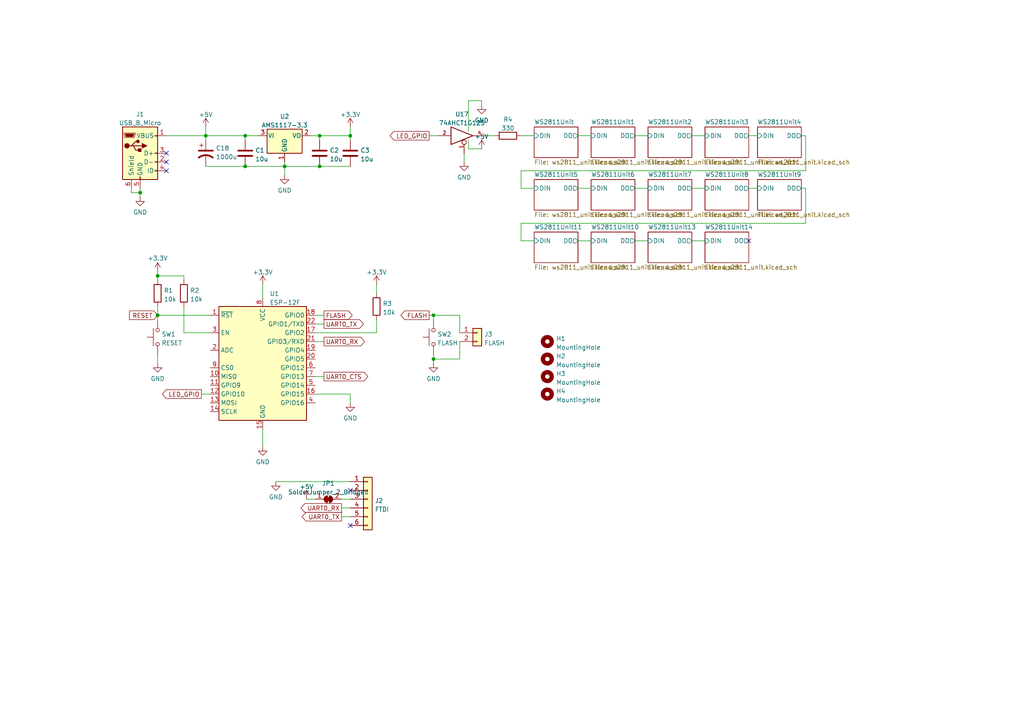
<source format=kicad_sch>
(kicad_sch (version 20211123) (generator eeschema)
  (paper "A4")
  (lib_symbols
    (symbol "74xGxx:74AHCT1G125" (pin_names (offset 1.016))
      (property "Reference" "U" (at -2.54 3.81 0))
      (property "Value" "74AHCT1G125" (at 0 -3.81 0))
      (symbol "74AHCT1G125_0_1"
        (polyline (pts (xy -3.81 2.54) (xy -3.81 -2.54) (xy 2.54 0) (xy -3.81 2.54)) (stroke (width 0.254)))
      )
      (symbol "74AHCT1G125_1_1"
        (pin input inverted (at 0 5.08 270) (length 3.81) (name "~") (number "1"))
        (pin input line (at -7.62 0 0) (length 3.81) (name "~") (number "2"))
        (pin power_in line (at 1.27 -1.27 270) (length 0) hide (name "GND") (number "3"))
        (pin tri_state line (at 6.35 0 180) (length 3.81) (name "~") (number "4"))
        (pin power_in line (at 1.27 1.27 90) (length 0) hide (name "VCC") (number "5"))
      )
    )
    (symbol "Connector:USB_B_Micro" (pin_names (offset 1.016))
      (property "Reference" "J" (at -5.08 11.43 0))
      (property "Value" "USB_B_Micro" (at -5.08 8.89 0))
      (symbol "USB_B_Micro_0_1"
        (rectangle (start -5.08 -7.62) (end 5.08 7.62) (stroke (width 0.254)) (fill (type background)))
        (circle (center -3.81 2.159) (radius 0.635) (stroke (width 0.254)) (fill (type outline)))
        (circle (center -0.635 3.429) (radius 0.381) (stroke (width 0.254)) (fill (type outline)))
        (rectangle (start -0.127 -7.62) (end 0.127 -6.858))
        (polyline (pts (xy -1.905 2.159) (xy 0.635 2.159)) (stroke (width 0.254)))
        (polyline (pts (xy -3.175 2.159) (xy -2.54 2.159) (xy -1.27 3.429) (xy -0.635 3.429)) (stroke (width 0.254)))
        (polyline (pts (xy -2.54 2.159) (xy -1.905 2.159) (xy -1.27 0.889) (xy 0 0.889)) (stroke (width 0.254)))
        (polyline (pts (xy 0.635 2.794) (xy 0.635 1.524) (xy 1.905 2.159) (xy 0.635 2.794)) (stroke (width 0.254)) (fill (type outline)))
        (polyline (pts (xy -4.318 5.588) (xy -1.778 5.588) (xy -2.032 4.826) (xy -4.064 4.826) (xy -4.318 5.588)) (fill (type outline)))
        (polyline (pts (xy -4.699 5.842) (xy -4.699 5.588) (xy -4.445 4.826) (xy -4.445 4.572) (xy -1.651 4.572) (xy -1.651 4.826) (xy -1.397 5.588) (xy -1.397 5.842) (xy -4.699 5.842)))
        (rectangle (start 0.254 1.27) (end -0.508 0.508) (stroke (width 0.254)) (fill (type outline)))
        (rectangle (start 5.08 -5.207) (end 4.318 -4.953))
        (rectangle (start 5.08 -2.667) (end 4.318 -2.413))
        (rectangle (start 5.08 -0.127) (end 4.318 0.127))
        (rectangle (start 5.08 4.953) (end 4.318 5.207))
      )
      (symbol "USB_B_Micro_1_1"
        (pin power_out line (at 7.62 5.08 180) (length 2.54) (name "VBUS") (number "1"))
        (pin bidirectional line (at 7.62 -2.54 180) (length 2.54) (name "D-") (number "2"))
        (pin bidirectional line (at 7.62 0 180) (length 2.54) (name "D+") (number "3"))
        (pin passive line (at 7.62 -5.08 180) (length 2.54) (name "ID") (number "4"))
        (pin power_out line (at 0 -10.16 90) (length 2.54) (name "GND") (number "5"))
        (pin passive line (at -2.54 -10.16 90) (length 2.54) (name "Shield") (number "6"))
      )
    )
    (symbol "Connector_Generic:Conn_01x02" (pin_names (offset 1.016) hide)
      (property "Reference" "J" (at 0 2.54 0))
      (property "Value" "Conn_01x02" (at 0 -5.08 0))
      (symbol "Conn_01x02_1_1"
        (rectangle (start -1.27 -2.413) (end 0 -2.667) (stroke (width 0.1524)))
        (rectangle (start -1.27 0.127) (end 0 -0.127) (stroke (width 0.1524)))
        (rectangle (start -1.27 1.27) (end 1.27 -3.81) (stroke (width 0.254)) (fill (type background)))
        (pin passive line (at -5.08 0 0) (length 3.81) (name "Pin_1") (number "1"))
        (pin passive line (at -5.08 -2.54 0) (length 3.81) (name "Pin_2") (number "2"))
      )
    )
    (symbol "Connector_Generic:Conn_01x06" (pin_names (offset 1.016) hide)
      (property "Reference" "J" (at 0 7.62 0))
      (property "Value" "Conn_01x06" (at 0 -10.16 0))
      (symbol "Conn_01x06_1_1"
        (rectangle (start -1.27 -7.493) (end 0 -7.747) (stroke (width 0.1524)))
        (rectangle (start -1.27 -4.953) (end 0 -5.207) (stroke (width 0.1524)))
        (rectangle (start -1.27 -2.413) (end 0 -2.667) (stroke (width 0.1524)))
        (rectangle (start -1.27 0.127) (end 0 -0.127) (stroke (width 0.1524)))
        (rectangle (start -1.27 2.667) (end 0 2.413) (stroke (width 0.1524)))
        (rectangle (start -1.27 5.207) (end 0 4.953) (stroke (width 0.1524)))
        (rectangle (start -1.27 6.35) (end 1.27 -8.89) (stroke (width 0.254)) (fill (type background)))
        (pin passive line (at -5.08 5.08 0) (length 3.81) (name "Pin_1") (number "1"))
        (pin passive line (at -5.08 2.54 0) (length 3.81) (name "Pin_2") (number "2"))
        (pin passive line (at -5.08 0 0) (length 3.81) (name "Pin_3") (number "3"))
        (pin passive line (at -5.08 -2.54 0) (length 3.81) (name "Pin_4") (number "4"))
        (pin passive line (at -5.08 -5.08 0) (length 3.81) (name "Pin_5") (number "5"))
        (pin passive line (at -5.08 -7.62 0) (length 3.81) (name "Pin_6") (number "6"))
      )
    )
    (symbol "Device:C" (pin_numbers hide) (pin_names (offset 0.254))
      (property "Reference" "C" (at 0.635 2.54 0))
      (property "Value" "C" (at 0.635 -2.54 0))
      (symbol "C_0_1"
        (polyline (pts (xy -2.032 -0.762) (xy 2.032 -0.762)) (stroke (width 0.508)))
        (polyline (pts (xy -2.032 0.762) (xy 2.032 0.762)) (stroke (width 0.508)))
      )
      (symbol "C_1_1"
        (pin passive line (at 0 3.81 270) (length 2.794) (name "~") (number "1"))
        (pin passive line (at 0 -3.81 90) (length 2.794) (name "~") (number "2"))
      )
    )
    (symbol "Device:C_Polarized_US" (pin_numbers hide) (pin_names (offset 0.254) hide)
      (property "Reference" "C" (at 0.635 2.54 0))
      (property "Value" "C_Polarized_US" (at 0.635 -2.54 0))
      (symbol "C_Polarized_US_0_1"
        (polyline (pts (xy -2.032 0.762) (xy 2.032 0.762)) (stroke (width 0.508)))
        (polyline (pts (xy -1.778 2.286) (xy -0.762 2.286)))
        (polyline (pts (xy -1.27 1.778) (xy -1.27 2.794)))
        (arc (start 2.032 -1.27) (mid 0 -0.5572) (end -2.032 -1.27) (stroke (width 0.508)))
      )
      (symbol "C_Polarized_US_1_1"
        (pin passive line (at 0 3.81 270) (length 2.794) (name "~") (number "1"))
        (pin passive line (at 0 -3.81 90) (length 3.302) (name "~") (number "2"))
      )
    )
    (symbol "Device:R" (pin_numbers hide) (pin_names (offset 0))
      (property "Reference" "R" (at 2.032 0 90))
      (property "Value" "R" (at 0 0 90))
      (symbol "R_0_1"
        (rectangle (start -1.016 -2.54) (end 1.016 2.54) (stroke (width 0.254)))
      )
      (symbol "R_1_1"
        (pin passive line (at 0 3.81 270) (length 1.27) (name "~") (number "1"))
        (pin passive line (at 0 -3.81 90) (length 1.27) (name "~") (number "2"))
      )
    )
    (symbol "Jumper:SolderJumper_2_Bridged" (pin_names (offset 0) hide)
      (property "Reference" "JP" (at 0 2.032 0))
      (property "Value" "SolderJumper_2_Bridged" (at 0 -2.54 0))
      (symbol "SolderJumper_2_Bridged_0_1"
        (rectangle (start -0.508 0.508) (end 0.508 -0.508) (fill (type outline)))
        (arc (start -0.254 1.016) (mid -1.27 0) (end -0.254 -1.016))
        (arc (start -0.254 1.016) (mid -1.27 0) (end -0.254 -1.016) (fill (type outline)))
        (polyline (pts (xy -0.254 1.016) (xy -0.254 -1.016)))
        (polyline (pts (xy 0.254 1.016) (xy 0.254 -1.016)))
        (arc (start 0.254 -1.016) (mid 1.27 0) (end 0.254 1.016))
        (arc (start 0.254 -1.016) (mid 1.27 0) (end 0.254 1.016) (fill (type outline)))
      )
      (symbol "SolderJumper_2_Bridged_1_1"
        (pin passive line (at -3.81 0 0) (length 2.54) (name "A") (number "1"))
        (pin passive line (at 3.81 0 180) (length 2.54) (name "B") (number "2"))
      )
    )
    (symbol "Mechanical:MountingHole" (pin_names (offset 1.016))
      (property "Reference" "H" (at 0 5.08 0))
      (property "Value" "MountingHole" (at 0 3.175 0))
      (symbol "MountingHole_0_1"
        (circle (center 0 0) (radius 1.27) (stroke (width 1.27)))
      )
    )
    (symbol "RF_Module:ESP-12F"
      (property "Reference" "U" (at -12.7 19.05 0))
      (property "Value" "ESP-12F" (at 12.7 19.05 0))
      (symbol "ESP-12F_0_1"
        (rectangle (start -12.7 17.78) (end 12.7 -15.24) (stroke (width 0.254)) (fill (type background)))
      )
      (symbol "ESP-12F_1_1"
        (pin input line (at -15.24 15.24 0) (length 2.54) (name "~{RST}") (number "1"))
        (pin bidirectional line (at -15.24 -2.54 0) (length 2.54) (name "MISO") (number "10"))
        (pin bidirectional line (at -15.24 -5.08 0) (length 2.54) (name "GPIO9") (number "11"))
        (pin bidirectional line (at -15.24 -7.62 0) (length 2.54) (name "GPIO10") (number "12"))
        (pin bidirectional line (at -15.24 -10.16 0) (length 2.54) (name "MOSI") (number "13"))
        (pin bidirectional line (at -15.24 -12.7 0) (length 2.54) (name "SCLK") (number "14"))
        (pin power_in line (at 0 -17.78 90) (length 2.54) (name "GND") (number "15"))
        (pin bidirectional line (at 15.24 -7.62 180) (length 2.54) (name "GPIO15") (number "16"))
        (pin bidirectional line (at 15.24 10.16 180) (length 2.54) (name "GPIO2") (number "17"))
        (pin bidirectional line (at 15.24 15.24 180) (length 2.54) (name "GPIO0") (number "18"))
        (pin bidirectional line (at 15.24 5.08 180) (length 2.54) (name "GPIO4") (number "19"))
        (pin input line (at -15.24 5.08 0) (length 2.54) (name "ADC") (number "2"))
        (pin bidirectional line (at 15.24 2.54 180) (length 2.54) (name "GPIO5") (number "20"))
        (pin bidirectional line (at 15.24 7.62 180) (length 2.54) (name "GPIO3/RXD") (number "21"))
        (pin bidirectional line (at 15.24 12.7 180) (length 2.54) (name "GPIO1/TXD") (number "22"))
        (pin input line (at -15.24 10.16 0) (length 2.54) (name "EN") (number "3"))
        (pin bidirectional line (at 15.24 -10.16 180) (length 2.54) (name "GPIO16") (number "4"))
        (pin bidirectional line (at 15.24 -5.08 180) (length 2.54) (name "GPIO14") (number "5"))
        (pin bidirectional line (at 15.24 0 180) (length 2.54) (name "GPIO12") (number "6"))
        (pin bidirectional line (at 15.24 -2.54 180) (length 2.54) (name "GPIO13") (number "7"))
        (pin power_in line (at 0 20.32 270) (length 2.54) (name "VCC") (number "8"))
        (pin input line (at -15.24 0 0) (length 2.54) (name "CS0") (number "9"))
      )
    )
    (symbol "Regulator_Linear:AMS1117-3.3" (pin_names (offset 0.254))
      (property "Reference" "U" (at -3.81 3.175 0))
      (property "Value" "AMS1117-3.3" (at 0 3.175 0))
      (symbol "AMS1117-3.3_0_1"
        (rectangle (start -5.08 -5.08) (end 5.08 1.905) (stroke (width 0.254)) (fill (type background)))
      )
      (symbol "AMS1117-3.3_1_1"
        (pin power_in line (at 0 -7.62 90) (length 2.54) (name "GND") (number "1"))
        (pin power_out line (at 7.62 0 180) (length 2.54) (name "VO") (number "2"))
        (pin power_in line (at -7.62 0 0) (length 2.54) (name "VI") (number "3"))
      )
    )
    (symbol "Switch:SW_Push" (pin_numbers hide) (pin_names (offset 1.016) hide)
      (property "Reference" "SW" (at 1.27 2.54 0))
      (property "Value" "SW_Push" (at 0 -1.524 0))
      (symbol "SW_Push_0_1"
        (circle (center -2.032 0) (radius 0.508))
        (polyline (pts (xy 0 1.27) (xy 0 3.048)))
        (polyline (pts (xy 2.54 1.27) (xy -2.54 1.27)))
        (circle (center 2.032 0) (radius 0.508))
        (pin passive line (at -5.08 0 0) (length 2.54) (name "1") (number "1"))
        (pin passive line (at 5.08 0 180) (length 2.54) (name "2") (number "2"))
      )
    )
    (symbol "power:+3.3V" (power) (pin_names (offset 0))
      (property "Value" "+3.3V" (at 0 3.556 0))
      (symbol "+3.3V_0_1"
        (polyline (pts (xy -0.762 1.27) (xy 0 2.54)))
        (polyline (pts (xy 0 0) (xy 0 2.54)))
        (polyline (pts (xy 0 2.54) (xy 0.762 1.27)))
      )
      (symbol "+3.3V_1_1"
        (pin power_in line (at 0 0 90) (length 0) hide (name "+3.3V") (number "1"))
      )
    )
    (symbol "power:+5V" (power) (pin_names (offset 0))
      (property "Value" "+5V" (at 0 3.556 0))
      (symbol "+5V_0_1"
        (polyline (pts (xy -0.762 1.27) (xy 0 2.54)))
        (polyline (pts (xy 0 0) (xy 0 2.54)))
        (polyline (pts (xy 0 2.54) (xy 0.762 1.27)))
      )
      (symbol "+5V_1_1"
        (pin power_in line (at 0 0 90) (length 0) hide (name "+5V") (number "1"))
      )
    )
    (symbol "power:GND" (power) (pin_names (offset 0))
      (property "Value" "GND" (at 0 -3.81 0))
      (symbol "GND_0_1"
        (polyline (pts (xy 0 0) (xy 0 -1.27) (xy 1.27 -1.27) (xy 0 -2.54) (xy -1.27 -1.27) (xy 0 -1.27)))
      )
      (symbol "GND_1_1"
        (pin power_in line (at 0 0 270) (length 0) hide (name "GND") (number "1"))
      )
    )
  )
  (junction (at 92.71 48.26))
  (junction (at 92.71 39.37))
  (junction (at 82.55 48.26))
  (junction (at 71.12 39.37))
  (junction (at 59.69 39.37))
  (junction (at 40.64 55.88))
  (junction (at 45.72 91.44))
  (junction (at 125.73 91.44))
  (junction (at 45.72 80.01))
  (junction (at 71.12 48.26))
  (junction (at 101.6 39.37))
  (junction (at 125.73 104.14))
  (no_connect (at 48.26 49.53))
  (no_connect (at 48.26 44.45))
  (no_connect (at 48.26 46.99))
  (no_connect (at 101.6 142.24))
  (no_connect (at 101.6 152.4))
  (no_connect (at 217.17 69.85))
  (wire (pts (xy 82.55 48.26) (xy 82.55 50.8)))
  (wire (pts (xy 232.41 54.61) (xy 233.68 54.61)))
  (wire (pts (xy 80.01 139.7) (xy 101.6 139.7)))
  (wire (pts (xy 91.44 91.44) (xy 93.98 91.44)))
  (wire (pts (xy 135.89 29.21) (xy 139.7 29.21)))
  (wire (pts (xy 91.44 96.52) (xy 109.22 96.52)))
  (wire (pts (xy 59.69 39.37) (xy 59.69 40.64)))
  (wire (pts (xy 217.17 39.37) (xy 219.71 39.37)))
  (wire (pts (xy 167.64 39.37) (xy 171.45 39.37)))
  (wire (pts (xy 53.34 96.52) (xy 60.96 96.52)))
  (wire (pts (xy 99.06 144.78) (xy 101.6 144.78)))
  (wire (pts (xy 109.22 82.55) (xy 109.22 85.09)))
  (wire (pts (xy 167.64 69.85) (xy 171.45 69.85)))
  (wire (pts (xy 45.72 91.44) (xy 45.72 92.71)))
  (wire (pts (xy 59.69 48.26) (xy 71.12 48.26)))
  (wire (pts (xy 184.15 69.85) (xy 187.96 69.85)))
  (wire (pts (xy 99.06 149.86) (xy 101.6 149.86)))
  (wire (pts (xy 125.73 91.44) (xy 125.73 92.71)))
  (wire (pts (xy 140.97 39.37) (xy 143.51 39.37)))
  (wire (pts (xy 125.73 104.14) (xy 125.73 105.41)))
  (wire (pts (xy 82.55 48.26) (xy 92.71 48.26)))
  (wire (pts (xy 88.9 144.78) (xy 91.44 144.78)))
  (wire (pts (xy 91.44 109.22) (xy 93.98 109.22)))
  (wire (pts (xy 135.89 38.1) (xy 135.89 29.21)))
  (wire (pts (xy 125.73 91.44) (xy 133.35 91.44)))
  (wire (pts (xy 109.22 96.52) (xy 109.22 92.71)))
  (wire (pts (xy 76.2 124.46) (xy 76.2 129.54)))
  (wire (pts (xy 38.1 54.61) (xy 38.1 55.88)))
  (wire (pts (xy 45.72 105.41) (xy 45.72 102.87)))
  (wire (pts (xy 58.42 114.3) (xy 60.96 114.3)))
  (wire (pts (xy 45.72 80.01) (xy 45.72 81.28)))
  (wire (pts (xy 40.64 54.61) (xy 40.64 55.88)))
  (wire (pts (xy 134.62 44.45) (xy 134.62 46.99)))
  (wire (pts (xy 53.34 80.01) (xy 53.34 81.28)))
  (wire (pts (xy 125.73 102.87) (xy 125.73 104.14)))
  (wire (pts (xy 90.17 39.37) (xy 92.71 39.37)))
  (wire (pts (xy 233.68 64.77) (xy 151.13 64.77)))
  (wire (pts (xy 59.69 39.37) (xy 71.12 39.37)))
  (wire (pts (xy 45.72 80.01) (xy 53.34 80.01)))
  (wire (pts (xy 59.69 36.83) (xy 59.69 39.37)))
  (wire (pts (xy 217.17 54.61) (xy 219.71 54.61)))
  (wire (pts (xy 91.44 114.3) (xy 101.6 114.3)))
  (wire (pts (xy 233.68 39.37) (xy 233.68 49.53)))
  (wire (pts (xy 91.44 93.98) (xy 93.98 93.98)))
  (wire (pts (xy 233.68 54.61) (xy 233.68 64.77)))
  (wire (pts (xy 200.66 54.61) (xy 204.47 54.61)))
  (wire (pts (xy 200.66 69.85) (xy 204.47 69.85)))
  (wire (pts (xy 82.55 46.99) (xy 82.55 48.26)))
  (wire (pts (xy 184.15 54.61) (xy 187.96 54.61)))
  (wire (pts (xy 92.71 48.26) (xy 101.6 48.26)))
  (wire (pts (xy 53.34 88.9) (xy 53.34 96.52)))
  (wire (pts (xy 71.12 48.26) (xy 82.55 48.26)))
  (wire (pts (xy 40.64 55.88) (xy 40.64 57.15)))
  (wire (pts (xy 233.68 49.53) (xy 151.13 49.53)))
  (wire (pts (xy 38.1 55.88) (xy 40.64 55.88)))
  (wire (pts (xy 135.89 43.18) (xy 139.7 43.18)))
  (wire (pts (xy 124.46 91.44) (xy 125.73 91.44)))
  (wire (pts (xy 151.13 69.85) (xy 154.94 69.85)))
  (wire (pts (xy 76.2 82.55) (xy 76.2 86.36)))
  (wire (pts (xy 99.06 147.32) (xy 101.6 147.32)))
  (wire (pts (xy 101.6 39.37) (xy 101.6 40.64)))
  (wire (pts (xy 92.71 39.37) (xy 92.71 40.64)))
  (wire (pts (xy 133.35 99.06) (xy 133.35 104.14)))
  (wire (pts (xy 151.13 39.37) (xy 154.94 39.37)))
  (wire (pts (xy 101.6 114.3) (xy 101.6 116.84)))
  (wire (pts (xy 133.35 91.44) (xy 133.35 96.52)))
  (wire (pts (xy 74.93 39.37) (xy 71.12 39.37)))
  (wire (pts (xy 133.35 104.14) (xy 125.73 104.14)))
  (wire (pts (xy 92.71 39.37) (xy 101.6 39.37)))
  (wire (pts (xy 45.72 88.9) (xy 45.72 91.44)))
  (wire (pts (xy 151.13 64.77) (xy 151.13 69.85)))
  (wire (pts (xy 184.15 39.37) (xy 187.96 39.37)))
  (wire (pts (xy 200.66 39.37) (xy 204.47 39.37)))
  (wire (pts (xy 48.26 39.37) (xy 59.69 39.37)))
  (wire (pts (xy 135.89 40.64) (xy 135.89 43.18)))
  (wire (pts (xy 151.13 54.61) (xy 154.94 54.61)))
  (wire (pts (xy 232.41 39.37) (xy 233.68 39.37)))
  (wire (pts (xy 139.7 29.21) (xy 139.7 30.48)))
  (wire (pts (xy 101.6 39.37) (xy 101.6 36.83)))
  (wire (pts (xy 45.72 78.74) (xy 45.72 80.01)))
  (wire (pts (xy 151.13 49.53) (xy 151.13 54.61)))
  (wire (pts (xy 91.44 99.06) (xy 93.98 99.06)))
  (wire (pts (xy 71.12 39.37) (xy 71.12 40.64)))
  (wire (pts (xy 167.64 54.61) (xy 171.45 54.61)))
  (wire (pts (xy 124.46 39.37) (xy 127 39.37)))
  (wire (pts (xy 45.72 91.44) (xy 60.96 91.44)))
  (global_label "LED_GPIO" (shape output) (at 124.46 39.37 180) (property "Intersheet References" "${INTERSHEET_REFS}" (effects hide)))
  (global_label "UART0_TX" (shape output) (at 93.98 93.98 0) (property "Intersheet References" "${INTERSHEET_REFS}" (effects hide)))
  (global_label "RESET" (shape input) (at 45.72 91.44 180) (property "Intersheet References" "${INTERSHEET_REFS}" (effects hide)))
  (global_label "LED_GPIO" (shape output) (at 58.42 114.3 180) (property "Intersheet References" "${INTERSHEET_REFS}" (effects hide)))
  (global_label "FLASH" (shape output) (at 124.46 91.44 180) (property "Intersheet References" "${INTERSHEET_REFS}" (effects hide)))
  (global_label "FLASH" (shape output) (at 93.98 91.44 0) (property "Intersheet References" "${INTERSHEET_REFS}" (effects hide)))
  (global_label "UART0_TX" (shape output) (at 99.06 149.86 180) (property "Intersheet References" "${INTERSHEET_REFS}" (effects hide)))
  (global_label "UART0_RX" (shape output) (at 99.06 147.32 180) (property "Intersheet References" "${INTERSHEET_REFS}" (effects hide)))
  (global_label "UART0_RX" (shape output) (at 93.98 99.06 0) (property "Intersheet References" "${INTERSHEET_REFS}" (effects hide)))
  (global_label "UART0_CTS" (shape output) (at 93.98 109.22 0) (property "Intersheet References" "${INTERSHEET_REFS}" (effects hide)))
  (symbol (lib_id "power:GND") (at 139.7 30.48 0) (unit 1)
    (property "Reference" "#PWR01" (effects hide))
    (property "Value" "GND" (at 139.7 34.9234 0))
  )
  (symbol (lib_id "Mechanical:MountingHole") (at 158.75 114.3 0) (unit 1)
    (property "Reference" "H4" (at 161.29 113.4653 0) (effects (justify left)))
    (property "Value" "MountingHole" (at 161.29 116.0022 0) (effects (justify left)))
    (property "Footprint" "MountingHole:MountingHole_4.3mm_M4" (effects hide))
  )
  (symbol (lib_id "74xGxx:74AHCT1G125") (at 134.62 39.37 0) (mirror x) (unit 1)
    (property "Reference" "U17" (at 133.985 33.1302 0))
    (property "Value" "74AHCT1G125" (at 133.985 35.6671 0))
    (property "Footprint" "Package_TO_SOT_SMD:SOT-23-5" (effects hide))
    (property "Datasheet" "http://www.ti.com/lit/sg/scyt129e/scyt129e.pdf" (effects hide))
  )
  (symbol (lib_id "power:GND") (at 134.62 46.99 0) (unit 1)
    (property "Reference" "#PWR0199" (effects hide))
    (property "Value" "GND" (at 134.62 51.4334 0))
  )
  (symbol (lib_id "power:GND") (at 80.01 139.7 0) (unit 1)
    (property "Reference" "#PWR0106" (effects hide))
    (property "Value" "GND" (at 80.01 144.1434 0))
  )
  (symbol (lib_id "power:+3.3V") (at 76.2 82.55 0) (unit 1)
    (property "Reference" "#PWR0107" (effects hide))
    (property "Value" "+3.3V" (at 76.2 78.9742 0))
  )
  (symbol (lib_id "power:GND") (at 101.6 116.84 0) (unit 1)
    (property "Reference" "#PWR0104" (effects hide))
    (property "Value" "GND" (at 101.6 121.2834 0))
  )
  (symbol (lib_id "power:+3.3V") (at 45.72 78.74 0) (unit 1)
    (property "Reference" "#PWR0108" (effects hide))
    (property "Value" "+3.3V" (at 45.72 74.93 0))
  )
  (symbol (lib_id "Switch:SW_Push") (at 45.72 97.79 90) (unit 1)
    (property "Reference" "SW1" (at 46.863 96.9553 90) (effects (justify right)))
    (property "Value" "RESET" (at 46.863 99.4922 90) (effects (justify right)))
    (property "Footprint" "Button_Switch_SMD:SW_SPST_TL3342" (effects hide))
  )
  (symbol (lib_id "RF_Module:ESP-12F") (at 76.2 106.68 0) (unit 1)
    (property "Reference" "U1" (at 78.2194 85.2002 0) (effects (justify left)))
    (property "Value" "ESP-12F" (at 78.2194 87.7371 0) (effects (justify left)))
    (property "Footprint" "RF_Module:ESP-12E" (effects hide))
    (property "Datasheet" "http://wiki.ai-thinker.com/_media/esp8266/esp8266_series_modules_user_manual_v1.1.pdf" (effects hide))
  )
  (symbol (lib_id "power:+3.3V") (at 101.6 36.83 0) (unit 1)
    (property "Reference" "#PWR0111" (effects hide))
    (property "Value" "+3.3V" (at 101.6 33.2542 0))
  )
  (symbol (lib_id "power:GND") (at 40.64 57.15 0) (unit 1)
    (property "Reference" "#PWR0114" (effects hide))
    (property "Value" "GND" (at 40.64 61.5934 0))
  )
  (symbol (lib_id "Jumper:SolderJumper_2_Bridged") (at 95.25 144.78 0) (unit 1)
    (property "Reference" "JP1" (at 95.25 140.1912 0))
    (property "Value" "SolderJumper_2_Bridged" (at 95.25 142.7281 0))
    (property "Footprint" "Jumper:SolderJumper-2_P1.3mm_Bridged_RoundedPad1.0x1.5mm" (effects hide))
  )
  (symbol (lib_id "power:GND") (at 82.55 50.8 0) (unit 1)
    (property "Reference" "#PWR0110" (effects hide))
    (property "Value" "GND" (at 82.55 55.2434 0))
  )
  (symbol (lib_id "power:+5V") (at 59.69 36.83 0) (unit 1)
    (property "Reference" "#PWR0112" (effects hide))
    (property "Value" "+5V" (at 59.69 33.2542 0))
  )
  (symbol (lib_id "power:+3.3V") (at 109.22 82.55 0) (unit 1)
    (property "Reference" "#PWR0101" (effects hide))
    (property "Value" "+3.3V" (at 109.22 78.9742 0))
  )
  (symbol (lib_id "Device:R") (at 53.34 85.09 0) (unit 1)
    (property "Reference" "R2" (at 55.118 84.2553 0) (effects (justify left)))
    (property "Value" "10k" (at 55.118 86.7922 0) (effects (justify left)))
    (property "Footprint" "Resistor_SMD:R_0603_1608Metric" (effects hide))
  )
  (symbol (lib_id "Mechanical:MountingHole") (at 158.75 99.06 0) (unit 1)
    (property "Reference" "H1" (at 161.29 98.2253 0) (effects (justify left)))
    (property "Value" "MountingHole" (at 161.29 100.7622 0) (effects (justify left)))
    (property "Footprint" "MountingHole:MountingHole_4.3mm_M4" (effects hide))
  )
  (symbol (lib_id "Regulator_Linear:AMS1117-3.3") (at 82.55 39.37 0) (unit 1)
    (property "Reference" "U2" (at 82.55 33.7652 0))
    (property "Value" "AMS1117-3.3" (at 82.55 36.3021 0))
    (property "Footprint" "Package_TO_SOT_SMD:SOT-223-3_TabPin2" (effects hide))
    (property "Datasheet" "http://www.advanced-monolithic.com/pdf/ds1117.pdf" (effects hide))
  )
  (symbol (lib_id "Connector_Generic:Conn_01x02") (at 138.43 96.52 0) (unit 1)
    (property "Reference" "J3" (at 140.462 96.9553 0) (effects (justify left)))
    (property "Value" "FLASH" (at 140.462 99.4922 0) (effects (justify left)))
    (property "Footprint" "Connector_PinHeader_2.54mm:PinHeader_1x02_P2.54mm_Vertical" (effects hide))
  )
  (symbol (lib_id "power:+5V") (at 88.9 144.78 0) (unit 1)
    (property "Reference" "#PWR?" (effects hide))
    (property "Value" "+5V" (at 88.9 141.2042 0))
  )
  (symbol (lib_id "Device:R") (at 147.32 39.37 90) (unit 1)
    (property "Reference" "R4" (at 147.32 34.6542 90))
    (property "Value" "330" (at 147.32 37.1911 90))
    (property "Footprint" "Resistor_SMD:R_0603_1608Metric" (effects hide))
  )
  (symbol (lib_id "Device:C") (at 92.71 44.45 0) (unit 1)
    (property "Reference" "C2" (at 95.631 43.6153 0) (effects (justify left)))
    (property "Value" "10u" (at 95.631 46.1522 0) (effects (justify left)))
    (property "Footprint" "Capacitor_SMD:C_0805_2012Metric" (effects hide))
  )
  (symbol (lib_id "Device:C") (at 71.12 44.45 0) (unit 1)
    (property "Reference" "C1" (at 74.041 43.6153 0) (effects (justify left)))
    (property "Value" "10u" (at 74.041 46.1522 0) (effects (justify left)))
    (property "Footprint" "Capacitor_SMD:C_0805_2012Metric" (effects hide))
  )
  (symbol (lib_id "power:GND") (at 125.73 105.41 0) (unit 1)
    (property "Reference" "#PWR0102" (effects hide))
    (property "Value" "GND" (at 125.73 109.8534 0))
  )
  (symbol (lib_id "Mechanical:MountingHole") (at 158.75 109.22 0) (unit 1)
    (property "Reference" "H3" (at 161.29 108.3853 0) (effects (justify left)))
    (property "Value" "MountingHole" (at 161.29 110.9222 0) (effects (justify left)))
    (property "Footprint" "MountingHole:MountingHole_4.3mm_M4" (effects hide))
  )
  (symbol (lib_id "Device:C") (at 101.6 44.45 0) (unit 1)
    (property "Reference" "C3" (at 104.521 43.6153 0) (effects (justify left)))
    (property "Value" "10u" (at 104.521 46.1522 0) (effects (justify left)))
    (property "Footprint" "Capacitor_SMD:C_0805_2012Metric" (effects hide))
  )
  (symbol (lib_id "power:+5V") (at 139.7 43.18 0) (unit 1)
    (property "Reference" "#PWR0200" (effects hide))
    (property "Value" "+5V" (at 139.7 39.6042 0))
  )
  (symbol (lib_id "Connector_Generic:Conn_01x06") (at 106.68 144.78 0) (unit 1)
    (property "Reference" "J2" (at 108.712 145.2153 0) (effects (justify left)))
    (property "Value" "FTDI" (at 108.712 147.7522 0) (effects (justify left)))
    (property "Footprint" "Connector_PinHeader_2.54mm:PinHeader_1x06_P2.54mm_Vertical" (effects hide))
  )
  (symbol (lib_id "Switch:SW_Push") (at 125.73 97.79 90) (unit 1)
    (property "Reference" "SW2" (at 126.873 96.9553 90) (effects (justify right)))
    (property "Value" "FLASH" (at 126.873 99.4922 90) (effects (justify right)))
    (property "Footprint" "Button_Switch_SMD:SW_SPST_TL3342" (effects hide))
  )
  (symbol (lib_id "Connector:USB_B_Micro") (at 40.64 44.45 0) (unit 1)
    (property "Reference" "J1" (at 40.64 33.1302 0))
    (property "Value" "USB_B_Micro" (at 40.64 35.6671 0))
    (property "Footprint" "Connector_USB:USB_Mini-B_Lumberg_2486_01_Horizontal" (effects hide))
  )
  (symbol (lib_id "Device:R") (at 109.22 88.9 0) (unit 1)
    (property "Reference" "R3" (at 110.998 88.0653 0) (effects (justify left)))
    (property "Value" "10k" (at 110.998 90.6022 0) (effects (justify left)))
    (property "Footprint" "Resistor_SMD:R_0603_1608Metric" (effects hide))
  )
  (symbol (lib_id "Mechanical:MountingHole") (at 158.75 104.14 0) (unit 1)
    (property "Reference" "H2" (at 161.29 103.3053 0) (effects (justify left)))
    (property "Value" "MountingHole" (at 161.29 105.8422 0) (effects (justify left)))
    (property "Footprint" "MountingHole:MountingHole_4.3mm_M4" (effects hide))
  )
  (symbol (lib_id "power:GND") (at 45.72 105.41 0) (unit 1)
    (property "Reference" "#PWR0109" (effects hide))
    (property "Value" "GND" (at 45.72 109.8534 0))
  )
  (symbol (lib_id "Device:R") (at 45.72 85.09 0) (unit 1)
    (property "Reference" "R1" (at 47.498 84.2553 0) (effects (justify left)))
    (property "Value" "10k" (at 47.498 86.7922 0) (effects (justify left)))
    (property "Footprint" "Resistor_SMD:R_0603_1608Metric" (effects hide))
  )
  (symbol (lib_id "power:GND") (at 76.2 129.54 0) (unit 1)
    (property "Reference" "#PWR0105" (effects hide))
    (property "Value" "GND" (at 76.2 133.9834 0))
  )
  (symbol (lib_id "Device:C_Polarized_US") (at 59.69 44.45 0) (unit 1)
    (property "Reference" "C18" (at 62.611 42.9803 0) (effects (justify left)))
    (property "Value" "1000u" (at 62.611 45.5172 0) (effects (justify left)))
    (property "Footprint" "Capacitor_SMD:CP_Elec_10x10.5" (effects hide))
  )
  (sheet (at 171.45 36.83) (size 12.7 8.89) (stroke (width 0.1524))
    (property "Sheet name" "WS2811Unit1" (at 171.45 36.1184 0) (effects (justify left bottom)))
    (property "Sheet file" "ws2811_unit.kicad_sch" (at 171.45 46.3046 0) (effects (justify left top)))
    (pin "DO" output (at 184.15 39.37 0))
    (pin "DIN" input (at 171.45 39.37 180))
  )
  (sheet (at 187.96 67.31) (size 12.7 8.89) (stroke (width 0.1524))
    (property "Sheet name" "WS2811Unit13" (at 187.96 66.5984 0) (effects (justify left bottom)))
    (property "Sheet file" "ws2811_unit.kicad_sch" (at 187.96 76.7846 0) (effects (justify left top)))
    (pin "DO" output (at 200.66 69.85 0))
    (pin "DIN" input (at 187.96 69.85 180))
  )
  (sheet (at 154.94 52.07) (size 12.7 8.89) (stroke (width 0.1524))
    (property "Sheet name" "WS2811Unit5" (at 154.94 51.3584 0) (effects (justify left bottom)))
    (property "Sheet file" "ws2811_unit.kicad_sch" (at 154.94 61.5446 0) (effects (justify left top)))
    (pin "DO" output (at 167.64 54.61 0))
    (pin "DIN" input (at 154.94 54.61 180))
  )
  (sheet (at 204.47 36.83) (size 12.7 8.89) (stroke (width 0.1524))
    (property "Sheet name" "WS2811Unit3" (at 204.47 36.1184 0) (effects (justify left bottom)))
    (property "Sheet file" "ws2811_unit.kicad_sch" (at 204.47 46.3046 0) (effects (justify left top)))
    (pin "DO" output (at 217.17 39.37 0))
    (pin "DIN" input (at 204.47 39.37 180))
  )
  (sheet (at 204.47 52.07) (size 12.7 8.89) (stroke (width 0.1524))
    (property "Sheet name" "WS2811Unit8" (at 204.47 51.3584 0) (effects (justify left bottom)))
    (property "Sheet file" "ws2811_unit.kicad_sch" (at 204.47 61.5446 0) (effects (justify left top)))
    (pin "DO" output (at 217.17 54.61 0))
    (pin "DIN" input (at 204.47 54.61 180))
  )
  (sheet (at 204.47 67.31) (size 12.7 8.89) (stroke (width 0.1524))
    (property "Sheet name" "WS2811Unit14" (at 204.47 66.5984 0) (effects (justify left bottom)))
    (property "Sheet file" "ws2811_unit.kicad_sch" (at 204.47 76.7846 0) (effects (justify left top)))
    (pin "DO" output (at 217.17 69.85 0))
    (pin "DIN" input (at 204.47 69.85 180))
  )
  (sheet (at 154.94 67.31) (size 12.7 8.89) (stroke (width 0.1524))
    (property "Sheet name" "WS2811Unit11" (at 154.94 66.5984 0) (effects (justify left bottom)))
    (property "Sheet file" "ws2811_unit.kicad_sch" (at 154.94 76.7846 0) (effects (justify left top)))
    (pin "DO" output (at 167.64 69.85 0))
    (pin "DIN" input (at 154.94 69.85 180))
  )
  (sheet (at 187.96 52.07) (size 12.7 8.89) (stroke (width 0.1524))
    (property "Sheet name" "WS2811Unit7" (at 187.96 51.3584 0) (effects (justify left bottom)))
    (property "Sheet file" "ws2811_unit.kicad_sch" (at 187.96 61.5446 0) (effects (justify left top)))
    (pin "DO" output (at 200.66 54.61 0))
    (pin "DIN" input (at 187.96 54.61 180))
  )
  (sheet (at 219.71 52.07) (size 12.7 8.89) (stroke (width 0.1524))
    (property "Sheet name" "WS2811Unit9" (at 219.71 51.3584 0) (effects (justify left bottom)))
    (property "Sheet file" "ws2811_unit.kicad_sch" (at 219.71 61.5446 0) (effects (justify left top)))
    (pin "DO" output (at 232.41 54.61 0))
    (pin "DIN" input (at 219.71 54.61 180))
  )
  (sheet (at 171.45 52.07) (size 12.7 8.89) (stroke (width 0.1524))
    (property "Sheet name" "WS2811Unit6" (at 171.45 51.3584 0) (effects (justify left bottom)))
    (property "Sheet file" "ws2811_unit.kicad_sch" (at 171.45 61.5446 0) (effects (justify left top)))
    (pin "DO" output (at 184.15 54.61 0))
    (pin "DIN" input (at 171.45 54.61 180))
  )
  (sheet (at 154.94 36.83) (size 12.7 8.89) (stroke (width 0.1524))
    (property "Sheet name" "WS2811Unit" (at 154.94 36.1184 0) (effects (justify left bottom)))
    (property "Sheet file" "ws2811_unit.kicad_sch" (at 154.94 46.3046 0) (effects (justify left top)))
    (pin "DO" output (at 167.64 39.37 0))
    (pin "DIN" input (at 154.94 39.37 180))
  )
  (sheet (at 219.71 36.83) (size 12.7 8.89) (stroke (width 0.1524))
    (property "Sheet name" "WS2811Unit4" (at 219.71 36.1184 0) (effects (justify left bottom)))
    (property "Sheet file" "ws2811_unit.kicad_sch" (at 219.71 46.3046 0) (effects (justify left top)))
    (pin "DO" output (at 232.41 39.37 0))
    (pin "DIN" input (at 219.71 39.37 180))
  )
  (sheet (at 171.45 67.31) (size 12.7 8.89) (stroke (width 0.1524))
    (property "Sheet name" "WS2811Unit10" (at 171.45 66.5984 0) (effects (justify left bottom)))
    (property "Sheet file" "ws2811_unit.kicad_sch" (at 171.45 76.7846 0) (effects (justify left top)))
    (pin "DO" output (at 184.15 69.85 0))
    (pin "DIN" input (at 171.45 69.85 180))
  )
  (sheet (at 187.96 36.83) (size 12.7 8.89) (stroke (width 0.1524))
    (property "Sheet name" "WS2811Unit2" (at 187.96 36.1184 0) (effects (justify left bottom)))
    (property "Sheet file" "ws2811_unit.kicad_sch" (at 187.96 46.3046 0) (effects (justify left top)))
    (pin "DO" output (at 200.66 39.37 0))
    (pin "DIN" input (at 187.96 39.37 180))
  )
)
</source>
